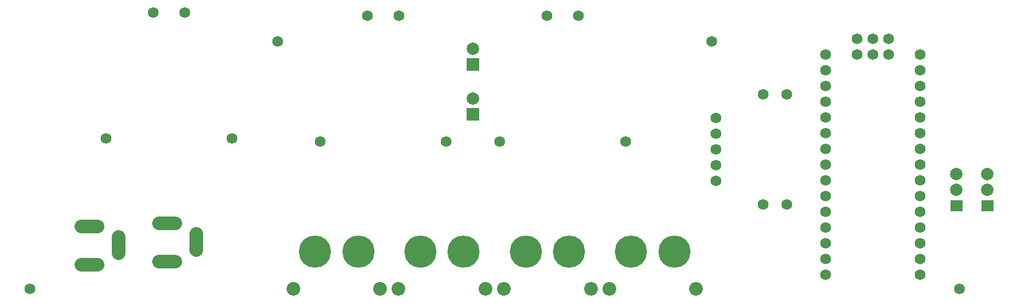
<source format=gts>
G04 Layer: TopSolderMaskLayer*
G04 EasyEDA v6.4.7, 2021-03-07T11:36:16+08:00*
G04 29a609c2d2ff474892d28cb6706061f2,5c8f5cfc3ab7496db0bfa80374e2e714,10*
G04 Gerber Generator version 0.2*
G04 Scale: 100 percent, Rotated: No, Reflected: No *
G04 Dimensions in millimeters *
G04 leading zeros omitted , absolute positions ,3 integer and 3 decimal *
%FSLAX33Y33*%
%MOMM*%
G90*
D02*

%ADD23C,2.203196*%
%ADD24C,1.727200*%
%ADD25C,2.003196*%
%ADD28C,5.204003*%
%ADD29C,5.203190*%

%LPD*%
G54D23*
G01X15349Y14099D02*
G01X17949Y14099D01*
G01X17949Y7900D02*
G01X15349Y7900D01*
G01X21350Y12400D02*
G01X21350Y9800D01*
G01X27849Y14599D02*
G01X30449Y14599D01*
G01X30449Y8400D02*
G01X27849Y8400D01*
G01X33849Y12899D02*
G01X33849Y10299D01*
G54D24*
G01X116999Y43999D03*
G01X157000Y3999D03*
G01X47000Y43999D03*
G01X6999Y3999D03*
G54D25*
G01X161499Y22539D03*
G01X161499Y19999D03*
G36*
G01X160498Y16570D02*
G01X160498Y18348D01*
G01X162502Y18348D01*
G01X162502Y16570D01*
G01X160498Y16570D01*
G37*
G01X156500Y22539D03*
G01X156500Y19999D03*
G36*
G01X155497Y16570D02*
G01X155497Y18348D01*
G01X157501Y18348D01*
G01X157501Y16570D01*
G01X155497Y16570D01*
G37*
G36*
G01X77499Y31229D02*
G01X77499Y33230D01*
G01X79500Y33230D01*
G01X79500Y31229D01*
G01X77499Y31229D01*
G37*
G01X78500Y34770D03*
G36*
G01X77499Y39227D02*
G01X77499Y41231D01*
G01X79500Y41231D01*
G01X79500Y39227D01*
G01X77499Y39227D01*
G37*
G01X78500Y42770D03*
G54D23*
G01X83500Y3999D03*
G01X97500Y3999D03*
G54D28*
G01X94000Y9999D03*
G54D29*
G01X87000Y9999D03*
G54D23*
G01X66499Y3999D03*
G01X80499Y3999D03*
G54D28*
G01X77000Y9999D03*
G54D29*
G01X70000Y9999D03*
G54D23*
G01X49499Y3999D03*
G01X63499Y3999D03*
G54D28*
G01X60000Y9999D03*
G54D29*
G01X53000Y9999D03*
G54D23*
G01X100500Y3999D03*
G01X114500Y3999D03*
G54D28*
G01X111000Y9999D03*
G54D29*
G01X104000Y9999D03*
G54D24*
G01X19339Y28339D03*
G01X39659Y28339D03*
G01X26959Y48659D03*
G01X32039Y48659D03*
G01X82839Y27839D03*
G01X103159Y27839D03*
G01X90459Y48159D03*
G01X95539Y48159D03*
G01X53840Y27839D03*
G01X74160Y27839D03*
G01X61460Y48159D03*
G01X66540Y48159D03*
G01X150620Y6340D03*
G01X150620Y8880D03*
G01X150620Y11420D03*
G01X150620Y13960D03*
G01X150620Y16500D03*
G01X150620Y19040D03*
G01X150620Y21580D03*
G01X150620Y24120D03*
G01X150620Y26660D03*
G01X150620Y29200D03*
G01X150620Y31740D03*
G01X150620Y34280D03*
G01X150620Y36820D03*
G01X150620Y39360D03*
G01X150620Y41900D03*
G01X135380Y41900D03*
G01X135380Y39360D03*
G01X135380Y36820D03*
G01X135380Y34280D03*
G01X135380Y31740D03*
G01X135380Y29200D03*
G01X135380Y26660D03*
G01X135380Y24120D03*
G01X135380Y21580D03*
G01X135380Y19040D03*
G01X135380Y16500D03*
G01X135380Y13960D03*
G01X135380Y11420D03*
G01X135380Y8880D03*
G01X135380Y6340D03*
G01X145540Y41900D03*
G01X143000Y41900D03*
G01X140460Y41900D03*
G01X145540Y44440D03*
G01X143000Y44440D03*
G01X140460Y44440D03*
G01X117649Y31580D03*
G01X117649Y29040D03*
G01X117649Y26500D03*
G01X117649Y23960D03*
G01X117649Y21420D03*
G01X125269Y17610D03*
G01X129079Y17610D03*
G01X125269Y35390D03*
G01X129079Y35390D03*
M00*
M02*

</source>
